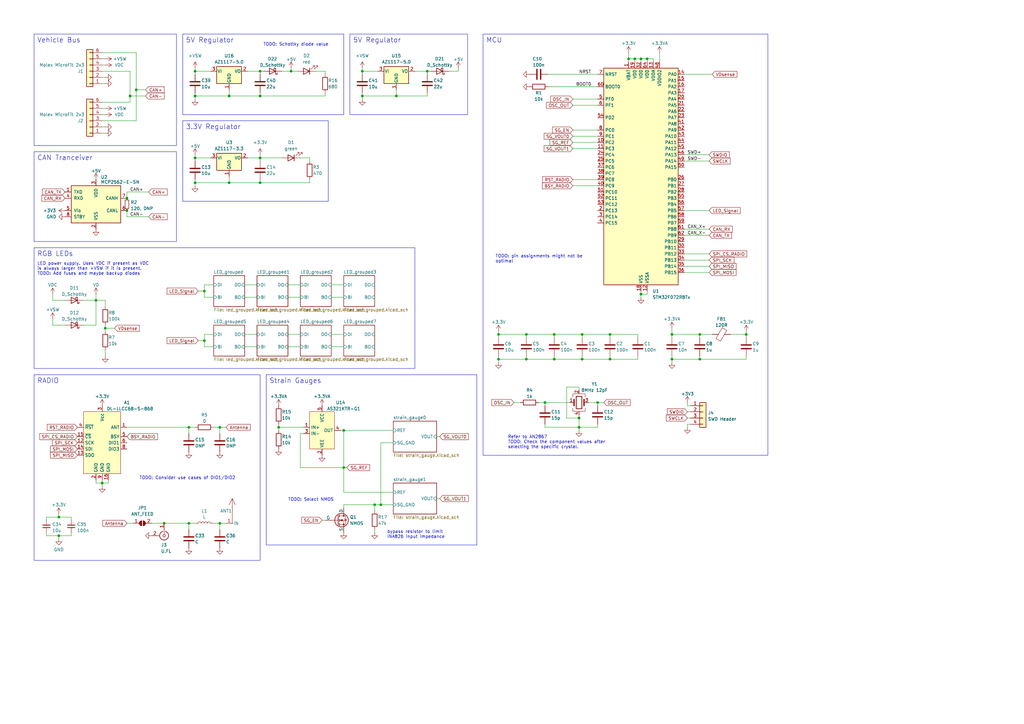
<source format=kicad_sch>
(kicad_sch (version 20230121) (generator eeschema)
  (paper "A3")
  (junction (at 237.49 175.26))
  (junction (at 287.02 147.32))
  (junction (at 265.43 24.13))
  (junction (at 250.19 137.16))
  (junction (at 52.07 81.28))
  (junction (at 140.97 176.53))
  (junction (at 77.47 175.26))
  (junction (at 140.97 191.77))
  (junction (at 106.68 74.93))
  (junction (at 93.98 74.93))
  (junction (at 90.17 175.26))
  (junction (at 80.01 64.77))
  (junction (at 153.67 207.01))
  (junction (at 275.59 137.16))
  (junction (at 83.82 119.38))
  (junction (at 287.02 137.16))
  (junction (at 119.38 29.21))
  (junction (at 67.31 214.63))
  (junction (at 245.11 165.1))
  (junction (at 238.76 137.16))
  (junction (at 106.68 39.37))
  (junction (at 93.98 39.37))
  (junction (at 260.35 24.13))
  (junction (at 237.49 171.45))
  (junction (at 238.76 147.32))
  (junction (at 175.26 29.21))
  (junction (at 204.47 137.16))
  (junction (at 227.33 137.16))
  (junction (at 215.9 147.32))
  (junction (at 262.89 24.13))
  (junction (at 250.19 147.32))
  (junction (at 24.13 219.71))
  (junction (at 223.52 165.1))
  (junction (at 162.56 39.37))
  (junction (at 83.82 139.7))
  (junction (at 114.3 175.26))
  (junction (at 227.33 147.32))
  (junction (at 306.07 137.16))
  (junction (at 106.68 29.21))
  (junction (at 55.88 36.83))
  (junction (at 53.34 39.37))
  (junction (at 80.01 74.93))
  (junction (at 39.37 123.19))
  (junction (at 24.13 212.09))
  (junction (at 204.47 147.32))
  (junction (at 215.9 137.16))
  (junction (at 90.17 214.63))
  (junction (at 41.91 198.12))
  (junction (at 43.18 134.62))
  (junction (at 77.47 214.63))
  (junction (at 148.59 39.37))
  (junction (at 80.01 39.37))
  (junction (at 52.07 86.36))
  (junction (at 148.59 29.21))
  (junction (at 156.21 207.01))
  (junction (at 106.68 64.77))
  (junction (at 275.59 147.32))
  (junction (at 80.01 29.21))
  (junction (at 257.81 24.13))
  (junction (at 262.89 120.65))
  (wire (pts (xy 290.83 109.22) (xy 280.67 109.22)))
  (wire (pts (xy 46.99 134.62) (xy 43.18 134.62)))
  (wire (pts (xy 93.98 72.39) (xy 93.98 74.93)))
  (wire (pts (xy 215.9 137.16) (xy 215.9 138.43)))
  (wire (pts (xy 275.59 147.32) (xy 287.02 147.32)))
  (wire (pts (xy 227.33 137.16) (xy 238.76 137.16)))
  (wire (pts (xy 140.97 176.53) (xy 161.29 176.53)))
  (wire (pts (xy 265.43 119.38) (xy 265.43 120.65)))
  (wire (pts (xy 262.89 24.13) (xy 265.43 24.13)))
  (wire (pts (xy 261.62 147.32) (xy 261.62 146.05)))
  (wire (pts (xy 132.08 213.36) (xy 133.35 213.36)))
  (wire (pts (xy 41.91 46.99) (xy 43.18 46.99)))
  (wire (pts (xy 275.59 146.05) (xy 275.59 147.32)))
  (wire (pts (xy 287.02 137.16) (xy 292.1 137.16)))
  (wire (pts (xy 179.07 179.07) (xy 180.34 179.07)))
  (wire (pts (xy 39.37 123.19) (xy 39.37 133.35)))
  (wire (pts (xy 290.83 63.5) (xy 280.67 63.5)))
  (wire (pts (xy 237.49 160.02) (xy 237.49 158.75)))
  (wire (pts (xy 234.95 55.88) (xy 245.11 55.88)))
  (wire (pts (xy 52.07 78.74) (xy 60.96 78.74)))
  (wire (pts (xy 133.35 29.21) (xy 133.35 30.48)))
  (wire (pts (xy 80.01 74.93) (xy 80.01 76.2)))
  (wire (pts (xy 227.33 146.05) (xy 227.33 147.32)))
  (wire (pts (xy 245.11 165.1) (xy 247.65 165.1)))
  (wire (pts (xy 101.6 64.77) (xy 106.68 64.77)))
  (wire (pts (xy 280.67 96.52) (xy 290.83 96.52)))
  (wire (pts (xy 55.88 49.53) (xy 55.88 36.83)))
  (wire (pts (xy 234.95 43.18) (xy 245.11 43.18)))
  (wire (pts (xy 153.67 207.01) (xy 153.67 209.55)))
  (wire (pts (xy 227.33 137.16) (xy 227.33 138.43)))
  (wire (pts (xy 260.35 24.13) (xy 260.35 25.4)))
  (wire (pts (xy 114.3 173.99) (xy 114.3 175.26)))
  (wire (pts (xy 140.97 201.93) (xy 161.29 201.93)))
  (wire (pts (xy 80.01 64.77) (xy 86.36 64.77)))
  (wire (pts (xy 100.33 121.92) (xy 105.41 121.92)))
  (wire (pts (xy 260.35 24.13) (xy 262.89 24.13)))
  (wire (pts (xy 123.19 177.8) (xy 123.19 191.77)))
  (wire (pts (xy 162.56 36.83) (xy 162.56 39.37)))
  (wire (pts (xy 100.33 116.84) (xy 105.41 116.84)))
  (wire (pts (xy 223.52 165.1) (xy 233.68 165.1)))
  (wire (pts (xy 224.79 35.56) (xy 245.11 35.56)))
  (wire (pts (xy 90.17 214.63) (xy 90.17 217.17)))
  (wire (pts (xy 24.13 212.09) (xy 24.13 210.82)))
  (wire (pts (xy 270.51 21.59) (xy 270.51 25.4)))
  (wire (pts (xy 184.15 29.21) (xy 187.96 29.21)))
  (wire (pts (xy 287.02 137.16) (xy 287.02 138.43)))
  (wire (pts (xy 129.54 29.21) (xy 133.35 29.21)))
  (wire (pts (xy 175.26 39.37) (xy 175.26 38.1)))
  (wire (pts (xy 290.83 106.68) (xy 280.67 106.68)))
  (wire (pts (xy 93.98 36.83) (xy 93.98 39.37)))
  (wire (pts (xy 29.21 212.09) (xy 24.13 212.09)))
  (wire (pts (xy 290.83 104.14) (xy 280.67 104.14)))
  (wire (pts (xy 24.13 219.71) (xy 19.05 219.71)))
  (wire (pts (xy 238.76 147.32) (xy 250.19 147.32)))
  (wire (pts (xy 139.7 176.53) (xy 140.97 176.53)))
  (wire (pts (xy 106.68 39.37) (xy 106.68 38.1)))
  (wire (pts (xy 106.68 29.21) (xy 107.95 29.21)))
  (wire (pts (xy 250.19 137.16) (xy 250.19 138.43)))
  (wire (pts (xy 80.01 30.48) (xy 80.01 29.21)))
  (wire (pts (xy 262.89 119.38) (xy 262.89 120.65)))
  (wire (pts (xy 153.67 207.01) (xy 156.21 207.01)))
  (wire (pts (xy 275.59 134.62) (xy 275.59 137.16)))
  (wire (pts (xy 114.3 175.26) (xy 124.46 175.26)))
  (wire (pts (xy 80.01 73.66) (xy 80.01 74.93)))
  (wire (pts (xy 87.63 137.16) (xy 83.82 137.16)))
  (wire (pts (xy 148.59 29.21) (xy 154.94 29.21)))
  (wire (pts (xy 52.07 78.74) (xy 52.07 81.28)))
  (wire (pts (xy 21.59 133.35) (xy 21.59 130.81)))
  (wire (pts (xy 81.28 119.38) (xy 83.82 119.38)))
  (wire (pts (xy 87.63 175.26) (xy 90.17 175.26)))
  (wire (pts (xy 220.98 165.1) (xy 223.52 165.1)))
  (wire (pts (xy 118.11 142.24) (xy 123.19 142.24)))
  (wire (pts (xy 234.95 58.42) (xy 245.11 58.42)))
  (wire (pts (xy 280.67 93.98) (xy 290.83 93.98)))
  (wire (pts (xy 118.11 121.92) (xy 123.19 121.92)))
  (wire (pts (xy 237.49 175.26) (xy 245.11 175.26)))
  (wire (pts (xy 261.62 138.43) (xy 261.62 137.16)))
  (wire (pts (xy 250.19 137.16) (xy 261.62 137.16)))
  (wire (pts (xy 175.26 29.21) (xy 175.26 30.48)))
  (wire (pts (xy 93.98 39.37) (xy 106.68 39.37)))
  (wire (pts (xy 77.47 175.26) (xy 80.01 175.26)))
  (wire (pts (xy 245.11 175.26) (xy 245.11 173.99)))
  (wire (pts (xy 80.01 39.37) (xy 93.98 39.37)))
  (wire (pts (xy 101.6 29.21) (xy 106.68 29.21)))
  (wire (pts (xy 204.47 138.43) (xy 204.47 137.16)))
  (wire (pts (xy 80.01 29.21) (xy 86.36 29.21)))
  (wire (pts (xy 204.47 147.32) (xy 204.47 148.59)))
  (wire (pts (xy 24.13 212.09) (xy 19.05 212.09)))
  (wire (pts (xy 77.47 175.26) (xy 77.47 177.8)))
  (wire (pts (xy 306.07 135.89) (xy 306.07 137.16)))
  (wire (pts (xy 41.91 54.61) (xy 43.18 54.61)))
  (wire (pts (xy 34.29 123.19) (xy 39.37 123.19)))
  (wire (pts (xy 265.43 24.13) (xy 265.43 25.4)))
  (wire (pts (xy 118.11 116.84) (xy 123.19 116.84)))
  (wire (pts (xy 123.19 191.77) (xy 140.97 191.77)))
  (wire (pts (xy 43.18 143.51) (xy 43.18 146.05)))
  (wire (pts (xy 187.96 27.94) (xy 187.96 29.21)))
  (wire (pts (xy 140.97 191.77) (xy 140.97 201.93)))
  (wire (pts (xy 237.49 171.45) (xy 237.49 175.26)))
  (wire (pts (xy 127 64.77) (xy 127 66.04)))
  (wire (pts (xy 245.11 165.1) (xy 245.11 166.37)))
  (wire (pts (xy 281.94 168.91) (xy 283.21 168.91)))
  (wire (pts (xy 148.59 39.37) (xy 148.59 40.64)))
  (wire (pts (xy 29.21 218.44) (xy 29.21 219.71)))
  (wire (pts (xy 52.07 214.63) (xy 54.61 214.63)))
  (wire (pts (xy 162.56 39.37) (xy 175.26 39.37)))
  (wire (pts (xy 39.37 198.12) (xy 41.91 198.12)))
  (wire (pts (xy 106.68 64.77) (xy 106.68 66.04)))
  (wire (pts (xy 118.11 137.16) (xy 123.19 137.16)))
  (wire (pts (xy 175.26 29.21) (xy 176.53 29.21)))
  (wire (pts (xy 234.95 73.66) (xy 245.11 73.66)))
  (wire (pts (xy 275.59 137.16) (xy 287.02 137.16)))
  (wire (pts (xy 275.59 137.16) (xy 275.59 138.43)))
  (wire (pts (xy 106.68 74.93) (xy 106.68 73.66)))
  (wire (pts (xy 281.94 173.99) (xy 283.21 173.99)))
  (wire (pts (xy 83.82 121.92) (xy 87.63 121.92)))
  (wire (pts (xy 237.49 175.26) (xy 223.52 175.26)))
  (wire (pts (xy 148.59 38.1) (xy 148.59 39.37)))
  (wire (pts (xy 41.91 52.07) (xy 43.18 52.07)))
  (wire (pts (xy 281.94 171.45) (xy 283.21 171.45)))
  (wire (pts (xy 83.82 142.24) (xy 87.63 142.24)))
  (wire (pts (xy 135.89 137.16) (xy 140.97 137.16)))
  (wire (pts (xy 135.89 142.24) (xy 140.97 142.24)))
  (wire (pts (xy 210.82 165.1) (xy 213.36 165.1)))
  (wire (pts (xy 287.02 147.32) (xy 287.02 146.05)))
  (wire (pts (xy 265.43 24.13) (xy 267.97 24.13)))
  (wire (pts (xy 41.91 26.67) (xy 43.18 26.67)))
  (wire (pts (xy 100.33 137.16) (xy 105.41 137.16)))
  (wire (pts (xy 257.81 24.13) (xy 260.35 24.13)))
  (wire (pts (xy 227.33 147.32) (xy 238.76 147.32)))
  (wire (pts (xy 238.76 146.05) (xy 238.76 147.32)))
  (wire (pts (xy 140.97 191.77) (xy 142.24 191.77)))
  (wire (pts (xy 43.18 134.62) (xy 43.18 135.89)))
  (wire (pts (xy 21.59 133.35) (xy 26.67 133.35)))
  (wire (pts (xy 204.47 137.16) (xy 215.9 137.16)))
  (wire (pts (xy 135.89 116.84) (xy 140.97 116.84)))
  (wire (pts (xy 148.59 27.94) (xy 148.59 29.21)))
  (wire (pts (xy 44.45 198.12) (xy 44.45 196.85)))
  (wire (pts (xy 237.49 158.75) (xy 232.41 158.75)))
  (wire (pts (xy 29.21 213.36) (xy 29.21 212.09)))
  (wire (pts (xy 237.49 175.26) (xy 237.49 176.53)))
  (wire (pts (xy 80.01 74.93) (xy 93.98 74.93)))
  (wire (pts (xy 53.34 39.37) (xy 59.69 39.37)))
  (wire (pts (xy 204.47 135.89) (xy 204.47 137.16)))
  (wire (pts (xy 170.18 29.21) (xy 175.26 29.21)))
  (wire (pts (xy 106.68 39.37) (xy 133.35 39.37)))
  (wire (pts (xy 21.59 123.19) (xy 26.67 123.19)))
  (wire (pts (xy 80.01 63.5) (xy 80.01 64.77)))
  (wire (pts (xy 234.95 40.64) (xy 245.11 40.64)))
  (wire (pts (xy 161.29 181.61) (xy 156.21 181.61)))
  (wire (pts (xy 52.07 88.9) (xy 60.96 88.9)))
  (wire (pts (xy 41.91 44.45) (xy 43.18 44.45)))
  (wire (pts (xy 215.9 146.05) (xy 215.9 147.32)))
  (wire (pts (xy 41.91 31.75) (xy 43.18 31.75)))
  (wire (pts (xy 238.76 137.16) (xy 238.76 138.43)))
  (wire (pts (xy 80.01 66.04) (xy 80.01 64.77)))
  (wire (pts (xy 119.38 29.21) (xy 121.92 29.21)))
  (wire (pts (xy 41.91 49.53) (xy 55.88 49.53)))
  (wire (pts (xy 267.97 24.13) (xy 267.97 25.4)))
  (wire (pts (xy 224.79 30.48) (xy 245.11 30.48)))
  (wire (pts (xy 204.47 147.32) (xy 215.9 147.32)))
  (wire (pts (xy 41.91 198.12) (xy 44.45 198.12)))
  (wire (pts (xy 62.23 214.63) (xy 67.31 214.63)))
  (wire (pts (xy 24.13 219.71) (xy 24.13 220.98)))
  (wire (pts (xy 90.17 175.26) (xy 90.17 177.8)))
  (wire (pts (xy 77.47 214.63) (xy 80.01 214.63)))
  (wire (pts (xy 262.89 24.13) (xy 262.89 25.4)))
  (wire (pts (xy 232.41 171.45) (xy 237.49 171.45)))
  (wire (pts (xy 140.97 207.01) (xy 153.67 207.01)))
  (wire (pts (xy 148.59 30.48) (xy 148.59 29.21)))
  (wire (pts (xy 290.83 111.76) (xy 280.67 111.76)))
  (wire (pts (xy 80.01 39.37) (xy 80.01 40.64)))
  (wire (pts (xy 19.05 219.71) (xy 19.05 218.44)))
  (wire (pts (xy 87.63 214.63) (xy 90.17 214.63)))
  (wire (pts (xy 127 74.93) (xy 127 73.66)))
  (wire (pts (xy 80.01 27.94) (xy 80.01 29.21)))
  (wire (pts (xy 83.82 116.84) (xy 83.82 119.38)))
  (wire (pts (xy 106.68 29.21) (xy 106.68 30.48)))
  (wire (pts (xy 234.95 76.2) (xy 245.11 76.2)))
  (wire (pts (xy 119.38 27.94) (xy 119.38 29.21)))
  (wire (pts (xy 41.91 34.29) (xy 43.18 34.29)))
  (wire (pts (xy 53.34 29.21) (xy 53.34 39.37)))
  (wire (pts (xy 100.33 142.24) (xy 105.41 142.24)))
  (wire (pts (xy 275.59 147.32) (xy 275.59 148.59)))
  (wire (pts (xy 262.89 120.65) (xy 265.43 120.65)))
  (wire (pts (xy 215.9 137.16) (xy 227.33 137.16)))
  (wire (pts (xy 280.67 86.36) (xy 290.83 86.36)))
  (wire (pts (xy 53.34 39.37) (xy 53.34 41.91)))
  (wire (pts (xy 237.49 171.45) (xy 237.49 170.18)))
  (wire (pts (xy 90.17 214.63) (xy 92.71 214.63)))
  (wire (pts (xy 156.21 181.61) (xy 156.21 207.01)))
  (wire (pts (xy 55.88 36.83) (xy 59.69 36.83)))
  (wire (pts (xy 93.98 74.93) (xy 106.68 74.93)))
  (wire (pts (xy 41.91 24.13) (xy 43.18 24.13)))
  (wire (pts (xy 39.37 123.19) (xy 43.18 123.19)))
  (wire (pts (xy 257.81 25.4) (xy 257.81 24.13)))
  (wire (pts (xy 80.01 38.1) (xy 80.01 39.37)))
  (wire (pts (xy 41.91 198.12) (xy 41.91 199.39)))
  (wire (pts (xy 234.95 53.34) (xy 245.11 53.34)))
  (wire (pts (xy 19.05 212.09) (xy 19.05 213.36)))
  (wire (pts (xy 21.59 120.65) (xy 21.59 123.19)))
  (wire (pts (xy 135.89 121.92) (xy 140.97 121.92)))
  (wire (pts (xy 106.68 74.93) (xy 127 74.93)))
  (wire (pts (xy 77.47 214.63) (xy 77.47 217.17)))
  (wire (pts (xy 250.19 146.05) (xy 250.19 147.32)))
  (wire (pts (xy 250.19 147.32) (xy 261.62 147.32)))
  (wire (pts (xy 39.37 123.19) (xy 39.37 120.65)))
  (wire (pts (xy 41.91 21.59) (xy 55.88 21.59)))
  (wire (pts (xy 114.3 175.26) (xy 114.3 176.53)))
  (wire (pts (xy 281.94 166.37) (xy 283.21 166.37)))
  (wire (pts (xy 41.91 196.85) (xy 41.91 198.12)))
  (wire (pts (xy 232.41 158.75) (xy 232.41 171.45)))
  (wire (pts (xy 87.63 116.84) (xy 83.82 116.84)))
  (wire (pts (xy 140.97 176.53) (xy 140.97 191.77)))
  (wire (pts (xy 148.59 39.37) (xy 162.56 39.37)))
  (wire (pts (xy 280.67 30.48) (xy 292.1 30.48)))
  (wire (pts (xy 67.31 214.63) (xy 77.47 214.63)))
  (wire (pts (xy 140.97 207.01) (xy 140.97 208.28)))
  (wire (pts (xy 39.37 196.85) (xy 39.37 198.12)))
  (wire (pts (xy 133.35 39.37) (xy 133.35 38.1)))
  (wire (pts (xy 179.07 204.47) (xy 180.34 204.47)))
  (wire (pts (xy 306.07 147.32) (xy 306.07 146.05)))
  (wire (pts (xy 281.94 175.26) (xy 281.94 173.99)))
  (wire (pts (xy 234.95 60.96) (xy 245.11 60.96)))
  (wire (pts (xy 153.67 217.17) (xy 153.67 218.44)))
  (wire (pts (xy 257.81 21.59) (xy 257.81 24.13)))
  (wire (pts (xy 281.94 166.37) (xy 281.94 165.1)))
  (wire (pts (xy 262.89 120.65) (xy 262.89 121.92)))
  (wire (pts (xy 156.21 207.01) (xy 161.29 207.01)))
  (wire (pts (xy 299.72 137.16) (xy 306.07 137.16)))
  (wire (pts (xy 52.07 86.36) (xy 52.07 88.9)))
  (wire (pts (xy 223.52 165.1) (xy 223.52 166.37)))
  (wire (pts (xy 43.18 133.35) (xy 43.18 134.62)))
  (wire (pts (xy 215.9 147.32) (xy 227.33 147.32)))
  (wire (pts (xy 106.68 64.77) (xy 115.57 64.77)))
  (wire (pts (xy 223.52 175.26) (xy 223.52 173.99)))
  (wire (pts (xy 41.91 29.21) (xy 53.34 29.21)))
  (wire (pts (xy 115.57 29.21) (xy 119.38 29.21)))
  (wire (pts (xy 83.82 137.16) (xy 83.82 139.7)))
  (wire (pts (xy 55.88 36.83) (xy 55.88 21.59)))
  (wire (pts (xy 81.28 139.7) (xy 83.82 139.7)))
  (wire (pts (xy 39.37 133.35) (xy 34.29 133.35)))
  (wire (pts (xy 83.82 139.7) (xy 83.82 142.24)))
  (wire (pts (xy 280.67 66.04) (xy 290.83 66.04)))
  (wire (pts (xy 241.3 165.1) (xy 245.11 165.1)))
  (wire (pts (xy 238.76 137.16) (xy 250.19 137.16)))
  (wire (pts (xy 41.91 41.91) (xy 53.34 41.91)))
  (wire (pts (xy 83.82 119.38) (xy 83.82 121.92)))
  (wire (pts (xy 306.07 137.16) (xy 306.07 138.43)))
  (wire (pts (xy 29.21 219.71) (xy 24.13 219.71)))
  (wire (pts (xy 43.18 123.19) (xy 43.18 125.73)))
  (wire (pts (xy 204.47 146.05) (xy 204.47 147.32)))
  (wire (pts (xy 123.19 64.77) (xy 127 64.77)))
  (wire (pts (xy 106.68 63.5) (xy 106.68 64.77)))
  (wire (pts (xy 52.07 175.26) (xy 77.47 175.26)))
  (wire (pts (xy 90.17 175.26) (xy 92.71 175.26)))
  (wire (pts (xy 287.02 147.32) (xy 306.07 147.32)))
  (wire (pts (xy 124.46 177.8) (xy 123.19 177.8)))
  (rectangle (start 74.93 49.53) (end 134.62 82.55))
  (rectangle (start 13.97 101.6) (end 170.18 151.13))
  (rectangle (start 74.93 13.97) (end 140.97 46.99))
  (rectangle (start 13.97 13.97) (end 72.39 59.69))
  (rectangle (start 13.97 153.67) (end 106.68 229.87))
  (rectangle (start 143.51 13.97) (end 191.77 46.99))
  (rectangle (start 198.12 13.97) (end 314.96 186.69))
  (rectangle (start 13.97 62.23) (end 72.39 99.06))
  (rectangle (start 109.22 153.67) (end 195.58 223.52))
  (text "TODO: Consider use cases of DIO1/DIO2" (at 57.15 196.85 0) (effects (font (size 1.27 1.27)) (justify left bottom)))
  (text "LED power supply. Uses VDC if present as VDC\nis always larger than +VSW if it is present.\nTODO: Add fuses and maybe backup diodes" (at 15.24 113.03 0) (effects (font (size 1.27 1.27)) (justify left bottom)))
  (text "TODO: pin assignments might not be\noptimal" (at 203.2 107.95 0) (effects (font (size 1.27 1.27)) (justify left bottom)))
  (text "TODO: Select NMOS" (at 118.11 205.74 0) (effects (font (size 1.27 1.27)) (justify left bottom)))
  (text "Vehicle Bus" (at 15.24 17.78 0) (effects (font (size 2 2)) (justify left bottom)))
  (text "5V Regulator" (at 144.78 17.78 0) (effects (font (size 2 2)) (justify left bottom)))
  (text "CAN Tranceiver" (at 15.24 66.04 0) (effects (font (size 2 2)) (justify left bottom)))
  (text "Refer to AN2867\nTODO: Check the component values after\nselecting the specific crystal." (at 208.28 184.15 0) (effects (font (size 1.27 1.27)) (justify left bottom)))
  (text "5V Regulator" (at 76.2 17.78 0) (effects (font (size 2 2)) (justify left bottom)))
  (text "bypass resistor to limit\nINA826 input impedance" (at 158.75 220.98 0) (effects (font (size 1.27 1.27)) (justify left bottom)))
  (text "3.3V Regulator" (at 76.2 53.34 0) (effects (font (size 2 2)) (justify left bottom)))
  (text "TODO: Schottky diode value" (at 107.95 19.05 0) (effects (font (size 1.27 1.27)) (justify left bottom)))
  (text "RGB LEDs" (at 15.24 105.41 0) (effects (font (size 2 2)) (justify left bottom)))
  (text "RADIO" (at 15.24 157.48 0) (effects (font (size 2 2)) (justify left bottom)))
  (text "Strain Gauges" (at 110.49 157.48 0) (effects (font (size 2 2)) (justify left bottom)))
  (text "MCU" (at 199.39 17.78 0) (effects (font (size 2 2)) (justify left bottom)))
  (label "SWD-" (at 281.94 66.04 0))
  (label "BOOT0" (at 236.22 35.56 0))
  (label "CAN_X-" (at 281.94 96.52 0))
  (label "NRST" (at 237.49 30.48 0))
  (label "CAN_X+" (at 281.94 93.98 0))
  (label "CAN+" (at 53.34 78.74 0))
  (label "SWD+" (at 281.94 63.5 0))
  (label "CAN-" (at 53.34 88.9 0))
  (global_label "SWCLK" (shape input) (at 281.94 171.45 180) (property "Intersheetrefs" "${INTERSHEET_REFS}" (effects hide)))
  (global_label "CAN+" (shape input) (at 59.69 36.83 0) (property "Intersheetrefs" "${INTERSHEET_REFS}" (effects hide)))
  (global_label "RST_RADIO" (shape input) (at 234.95 73.66 180) (property "Intersheetrefs" "${INTERSHEET_REFS}" (effects hide)))
  (global_label "SG_EN" (shape input) (at 132.08 213.36 180) (property "Intersheetrefs" "${INTERSHEET_REFS}" (effects hide)))
  (global_label "Antenna" (shape input) (at 52.07 214.63 180) (property "Intersheetrefs" "${INTERSHEET_REFS}" (effects hide)))
  (global_label "LED_Signal" (shape input) (at 81.28 119.38 180) (property "Intersheetrefs" "${INTERSHEET_REFS}" (effects hide)))
  (global_label "CAN_TX" (shape input) (at 26.67 78.74 180) (property "Intersheetrefs" "${INTERSHEET_REFS}" (effects hide)))
  (global_label "LED_Signal" (shape input) (at 290.83 86.36 0) (property "Intersheetrefs" "${INTERSHEET_REFS}" (effects hide)))
  (global_label "CAN-" (shape input) (at 59.69 39.37 0) (property "Intersheetrefs" "${INTERSHEET_REFS}" (effects hide)))
  (global_label "BSY_RADIO" (shape input) (at 234.95 76.2 180) (property "Intersheetrefs" "${INTERSHEET_REFS}" (effects hide)))
  (global_label "SPI_MOSI" (shape input) (at 290.83 111.76 0) (property "Intersheetrefs" "${INTERSHEET_REFS}" (effects hide)))
  (global_label "SPI_SCK" (shape input) (at 31.75 181.61 180) (property "Intersheetrefs" "${INTERSHEET_REFS}" (effects hide)))
  (global_label "CAN-" (shape input) (at 60.96 88.9 0) (property "Intersheetrefs" "${INTERSHEET_REFS}" (effects hide)))
  (global_label "SG_REF" (shape input) (at 142.24 191.77 0) (property "Intersheetrefs" "${INTERSHEET_REFS}" (effects hide)))
  (global_label "SWCLK" (shape input) (at 290.83 66.04 0) (property "Intersheetrefs" "${INTERSHEET_REFS}" (effects hide)))
  (global_label "VDsense" (shape input) (at 292.1 30.48 0) (property "Intersheetrefs" "${INTERSHEET_REFS}" (effects hide)))
  (global_label "RST_RADIO" (shape input) (at 31.75 175.26 180) (property "Intersheetrefs" "${INTERSHEET_REFS}" (effects hide)))
  (global_label "SG_EN" (shape input) (at 234.95 53.34 180) (property "Intersheetrefs" "${INTERSHEET_REFS}" (effects hide)))
  (global_label "BSY_RADIO" (shape input) (at 52.07 179.07 0) (property "Intersheetrefs" "${INTERSHEET_REFS}" (effects hide)))
  (global_label "SPI_MOSI" (shape input) (at 31.75 184.15 180) (property "Intersheetrefs" "${INTERSHEET_REFS}" (effects hide)))
  (global_label "SG_VOUT1" (shape input) (at 180.34 204.47 0) (property "Intersheetrefs" "${INTERSHEET_REFS}" (effects hide)))
  (global_label "SG_VOUT1" (shape input) (at 234.95 60.96 180) (property "Intersheetrefs" "${INTERSHEET_REFS}" (effects hide)))
  (global_label "SPI_MISO" (shape input) (at 31.75 186.69 180) (property "Intersheetrefs" "${INTERSHEET_REFS}" (effects hide)))
  (global_label "SG_REF" (shape input) (at 234.95 58.42 180) (property "Intersheetrefs" "${INTERSHEET_REFS}" (effects hide)))
  (global_label "OSC_IN" (shape input) (at 210.82 165.1 180) (property "Intersheetrefs" "${INTERSHEET_REFS}" (effects hide)))
  (global_label "OSC_IN" (shape input) (at 234.95 40.64 180) (property "Intersheetrefs" "${INTERSHEET_REFS}" (effects hide)))
  (global_label "OSC_OUT" (shape input) (at 247.65 165.1 0) (property "Intersheetrefs" "${INTERSHEET_REFS}" (effects hide)))
  (global_label "SPI_CS_RADIO" (shape input) (at 31.75 179.07 180) (property "Intersheetrefs" "${INTERSHEET_REFS}" (effects hide)))
  (global_label "VDsense" (shape input) (at 46.99 134.62 0) (property "Intersheetrefs" "${INTERSHEET_REFS}" (effects hide)))
  (global_label "SG_VOUT0" (shape input) (at 180.34 179.07 0) (property "Intersheetrefs" "${INTERSHEET_REFS}" (effects hide)))
  (global_label "SWDIO" (shape input) (at 290.83 63.5 0) (property "Intersheetrefs" "${INTERSHEET_REFS}" (effects hide)))
  (global_label "OSC_OUT" (shape input) (at 234.95 43.18 180) (property "Intersheetrefs" "${INTERSHEET_REFS}" (effects hide)))
  (global_label "CAN_RX" (shape input) (at 26.67 81.28 180) (property "Intersheetrefs" "${INTERSHEET_REFS}" (effects hide)))
  (global_label "CAN_RX" (shape input) (at 290.83 93.98 0) (property "Intersheetrefs" "${INTERSHEET_REFS}" (effects hide)))
  (global_label "CAN_TX" (shape input) (at 290.83 96.52 0) (property "Intersheetrefs" "${INTERSHEET_REFS}" (effects hide)))
  (global_label "SPI_SCK" (shape input) (at 290.83 106.68 0) (property "Intersheetrefs" "${INTERSHEET_REFS}" (effects hide)))
  (global_label "LED_Signal" (shape input) (at 81.28 139.7 180) (property "Intersheetrefs" "${INTERSHEET_REFS}" (effects hide)))
  (global_label "Antenna" (shape input) (at 92.71 175.26 0) (property "Intersheetrefs" "${INTERSHEET_REFS}" (effects hide)))
  (global_label "SG_VOUT0" (shape input) (at 234.95 55.88 180) (property "Intersheetrefs" "${INTERSHEET_REFS}" (effects hide)))
  (global_label "CAN+" (shape input) (at 60.96 78.74 0) (property "Intersheetrefs" "${INTERSHEET_REFS}" (effects hide)))
  (global_label "SPI_CS_RADIO" (shape input) (at 290.83 104.14 0) (property "Intersheetrefs" "${INTERSHEET_REFS}" (effects hide)))
  (global_label "SWDIO" (shape input) (at 281.94 168.91 180) (property "Intersheetrefs" "${INTERSHEET_REFS}" (effects hide)))
  (global_label "SPI_MISO" (shape input) (at 290.83 109.22 0) (property "Intersheetrefs" "${INTERSHEET_REFS}" (effects hide)))
  (symbol (lib_id "Connector_Generic:Conn_01x06") (at 36.83 29.21 180) (unit 1)
    (property "Reference" "J1" (at 33.02 29.21 0))
    (property "Value" "Molex MicroFit 2x3" (at 25.4 26.67 0))
  )
  (symbol (lib_id "power:+3.3V") (at 41.91 166.37 0) (unit 1)
    (property "Reference" "#PWR060" (effects hide))
    (property "Value" "+3.3V" (at 41.91 162.56 0))
  )
  (symbol (lib_id "power:+5V") (at 119.38 27.94 0) (unit 1)
    (property "Reference" "#PWR079" (effects hide))
    (property "Value" "+5V" (at 119.38 24.3642 0))
  )
  (symbol (lib_id "power:VDC") (at 43.18 46.99 270) (unit 1)
    (property "Reference" "#PWR06" (effects hide))
    (property "Value" "VDC" (at 46.99 46.99 90) (effects (justify left)))
  )
  (symbol (lib_id "Device:C") (at 77.47 220.98 0) (unit 1)
    (property "Reference" "C33" (at 80.01 219.71 0) (effects (justify left)))
    (property "Value" "C" (at 80.01 222.25 0) (effects (justify left)))
  )
  (symbol (lib_id "Regulator_Linear:AZ1117-5.0") (at 93.98 29.21 0) (unit 1)
    (property "Reference" "U16" (at 93.98 22.86 0))
    (property "Value" "AZ1117-5.0" (at 93.98 25.4 0))
    (property "Datasheet" "https://www.diodes.com/assets/Datasheets/AZ1117.pdf" (effects hide))
  )
  (symbol (lib_id "power:GND") (at 77.47 185.42 0) (unit 1)
    (property "Reference" "#PWR029" (effects hide))
    (property "Value" "GND" (effects hide))
  )
  (symbol (lib_id "Device:D_Schottky") (at 30.48 123.19 180) (unit 1)
    (property "Reference" "D11" (at 30.48 118.11 0))
    (property "Value" "D_Schottky" (at 30.48 120.65 0))
  )
  (symbol (lib_id "power:+VSW") (at 80.01 27.94 0) (unit 1)
    (property "Reference" "#PWR077" (effects hide))
    (property "Value" "+VSW" (at 80.01 22.86 0))
  )
  (symbol (lib_id "Device:FerriteBead") (at 295.91 137.16 90) (unit 1)
    (property "Reference" "FB1" (at 295.91 130.81 90))
    (property "Value" "120R" (at 295.91 133.35 90))
  )
  (symbol (lib_id "power:+3.3V") (at 24.13 210.82 0) (unit 1)
    (property "Reference" "#PWR062" (effects hide))
    (property "Value" "+3.3V" (at 24.13 207.01 0))
  )
  (symbol (lib_id "power:GND") (at 43.18 54.61 90) (unit 1)
    (property "Reference" "#PWR08" (effects hide))
    (property "Value" "GND" (effects hide))
  )
  (symbol (lib_id "Device:C") (at 90.17 181.61 0) (unit 1)
    (property "Reference" "C16" (at 92.71 180.34 0) (effects (justify left)))
    (property "Value" "DNP" (at 92.71 182.88 0) (effects (justify left)))
  )
  (symbol (lib_id "power:GND") (at 41.91 199.39 0) (unit 1)
    (property "Reference" "#PWR046" (effects hide))
    (property "Value" "GND" (effects hide))
  )
  (symbol (lib_id "power:+5V") (at 80.01 63.5 0) (unit 1)
    (property "Reference" "#PWR025" (effects hide))
    (property "Value" "+5V" (at 80.01 59.9242 0))
  )
  (symbol (lib_id "Device:C") (at 80.01 34.29 0) (unit 1)
    (property "Reference" "C39" (at 82.55 33.02 0) (effects (justify left)))
    (property "Value" "10u" (at 82.55 35.56 0) (effects (justify left)))
  )
  (symbol (lib_id "power:+5V") (at 39.37 73.66 0) (unit 1)
    (property "Reference" "#PWR022" (effects hide))
    (property "Value" "+5V" (at 39.37 70.0842 0))
  )
  (symbol (lib_id "Device:C") (at 106.68 69.85 0) (unit 1)
    (property "Reference" "C14" (at 109.22 68.58 0) (effects (justify left)))
    (property "Value" "22u" (at 109.22 71.12 0) (effects (justify left)))
  )
  (symbol (lib_id "Connector_Generic:Conn_01x04") (at 288.29 168.91 0) (unit 1)
    (property "Reference" "J4" (at 290.322 169.3453 0) (effects (justify left)))
    (property "Value" "SWD Header" (at 290.322 171.8822 0) (effects (justify left)))
    (property "Footprint" "Connector_PinHeader_2.54mm:PinHeader_1x04_P2.54mm_Vertical" (effects hide))
  )
  (symbol (lib_id "Device:D_Schottky") (at 111.76 29.21 180) (unit 1)
    (property "Reference" "D22" (at 111.76 24.13 0))
    (property "Value" "D_Schottky" (at 111.76 26.67 0))
  )
  (symbol (lib_id "power:GND") (at 217.17 30.48 270) (unit 1)
    (property "Reference" "#PWR015" (effects hide))
    (property "Value" "GND" (effects hide))
  )
  (symbol (lib_id "Device:C") (at 175.26 34.29 0) (unit 1)
    (property "Reference" "C42" (at 177.8 33.02 0) (effects (justify left)))
    (property "Value" "22u" (at 177.8 35.56 0) (effects (justify left)))
  )
  (symbol (lib_id "power:GND") (at 204.47 148.59 0) (unit 1)
    (property "Reference" "#PWR011" (effects hide))
    (property "Value" "GND" (effects hide))
  )
  (symbol (lib_id "Device:R") (at 114.3 180.34 0) (unit 1)
    (property "Reference" "R14" (at 115.57 179.07 0) (effects (justify left)))
    (property "Value" "10k" (at 115.57 181.61 0) (effects (justify left)))
  )
  (symbol (lib_id "power:+3V3") (at 26.67 86.36 90) (unit 1)
    (property "Reference" "#PWR020" (effects hide))
    (property "Value" "+3V3" (at 20.32 86.36 90))
  )
  (symbol (lib_id "Device:C") (at 106.68 34.29 0) (unit 1)
    (property "Reference" "C40" (at 109.22 33.02 0) (effects (justify left)))
    (property "Value" "22u" (at 109.22 35.56 0) (effects (justify left)))
  )
  (symbol (lib_id "Interface_CAN_LIN:MCP2562-E-SN") (at 39.37 83.82 0) (unit 1)
    (property "Reference" "U2" (at 41.3259 72.62 0) (effects (justify left)))
    (property "Value" "MCP2562-E-SN" (at 41.3259 74.668 0) (effects (justify left)))
    (property "Footprint" "Package_SO:SOIC-8_3.9x4.9mm_P1.27mm" (effects hide))
    (property "Datasheet" "http://ww1.microchip.com/downloads/en/DeviceDoc/25167A.pdf" (effects hide))
    (property "Manufacturer" "Microchip Technology" (effects hide))
    (property "DigiKey#" "MCP2562-H/SN" (effects hide))
    (property "Part#" "MCP2562-H/SN" (effects hide))
  )
  (symbol (lib_id "power:GND") (at 43.18 146.05 0) (unit 1)
    (property "Reference" "#PWR059" (effects hide))
    (property "Value" "GND" (effects hide))
  )
  (symbol (lib_id "power:+3.3VA") (at 132.08 166.37 0) (unit 1)
    (property "Reference" "#PWR072" (effects hide))
    (property "Value" "+3.3VA" (at 132.08 162.56 0))
  )
  (symbol (lib_id "Device:C") (at 77.47 181.61 0) (unit 1)
    (property "Reference" "C15" (at 80.01 180.34 0) (effects (justify left)))
    (property "Value" "DNP" (at 80.01 182.88 0) (effects (justify left)))
  )
  (symbol (lib_id "Device:C") (at 215.9 142.24 0) (unit 1)
    (property "Reference" "C5" (at 218.44 140.97 0) (effects (justify left)))
    (property "Value" "100n" (at 218.44 143.51 0) (effects (justify left)))
  )
  (symbol (lib_id "power:GND") (at 80.01 40.64 0) (unit 1)
    (property "Reference" "#PWR078" (effects hide))
    (property "Value" "GND" (effects hide))
  )
  (symbol (lib_id "Device:R") (at 43.18 129.54 0) (unit 1)
    (property "Reference" "R8" (at 44.45 128.27 0) (effects (justify left)))
    (property "Value" "100k" (at 44.45 130.81 0) (effects (justify left)))
  )
  (symbol (lib_id "Device:Crystal_GND24") (at 237.49 165.1 0) (unit 1)
    (property "Reference" "Y1" (at 243.84 157.48 0))
    (property "Value" "8MHz 12pF" (at 243.84 160.02 0))
  )
  (symbol (lib_id "power:GND") (at 43.18 31.75 90) (unit 1)
    (property "Reference" "#PWR03" (effects hide))
    (property "Value" "GND" (effects hide))
  )
  (symbol (lib_id "Device:C") (at 245.11 170.18 0) (unit 1)
    (property "Reference" "C12" (at 247.65 168.91 0) (effects (justify left)))
    (property "Value" "15p" (at 247.65 171.45 0) (effects (justify left)))
  )
  (symbol (lib_id "Device:R") (at 153.67 213.36 0) (unit 1)
    (property "Reference" "R17" (at 154.94 212.09 0) (effects (justify left)))
    (property "Value" "47k" (at 154.94 214.63 0) (effects (justify left)))
  )
  (symbol (lib_id "Device:C") (at 223.52 170.18 0) (unit 1)
    (property "Reference" "C11" (at 226.06 168.91 0) (effects (justify left)))
    (property "Value" "15p" (at 226.06 171.45 0) (effects (justify left)))
  )
  (symbol (lib_id "Device:C") (at 261.62 142.24 0) (unit 1)
    (property "Reference" "C1" (at 264.16 140.97 0) (effects (justify left)))
    (property "Value" "100n" (at 264.16 143.51 0) (effects (justify left)))
  )
  (symbol (lib_id "power:GND") (at 43.18 52.07 90) (unit 1)
    (property "Reference" "#PWR07" (effects hide))
    (property "Value" "GND" (effects hide))
  )
  (symbol (lib_id "power:GND") (at 39.37 93.98 0) (unit 1)
    (property "Reference" "#PWR023" (effects hide))
    (property "Value" "GND" (effects hide))
  )
  (symbol (lib_id "Device:C") (at 238.76 142.24 0) (unit 1)
    (property "Reference" "C3" (at 241.3 140.97 0) (effects (justify left)))
    (property "Value" "100n" (at 241.3 143.51 0) (effects (justify left)))
  )
  (symbol (lib_id "Device:C") (at 227.33 142.24 0) (unit 1)
    (property "Reference" "C4" (at 229.87 140.97 0) (effects (justify left)))
    (property "Value" "100n" (at 229.87 143.51 0) (effects (justify left)))
  )
  (symbol (lib_id "Device:C") (at 204.47 142.24 0) (unit 1)
    (property "Reference" "C6" (at 207.01 140.97 0) (effects (justify left)))
    (property "Value" "10u" (at 207.01 143.51 0) (effects (justify left)))
  )
  (symbol (lib_id "power:GND") (at 62.23 219.71 270) (unit 1)
    (property "Reference" "#PWR065" (effects hide))
    (property "Value" "GND" (effects hide))
  )
  (symbol (lib_id "power:GND") (at 262.89 121.92 0) (unit 1)
    (property "Reference" "#PWR09" (effects hide))
    (property "Value" "GND" (effects hide))
  )
  (symbol (lib_id "Device:D_Schottky") (at 30.48 133.35 180) (unit 1)
    (property "Reference" "D12" (at 30.48 128.27 0))
    (property "Value" "D_Schottky" (at 30.48 130.81 0))
  )
  (symbol (lib_id "power:VDC") (at 21.59 120.65 0) (unit 1)
    (property "Reference" "#PWR044" (effects hide))
    (property "Value" "VDC" (at 21.59 116.84 0))
  )
  (symbol (lib_id "power:+3.3V") (at 306.07 135.89 0) (unit 1)
    (property "Reference" "#PWR014" (effects hide))
    (property "Value" "+3.3V" (at 306.07 132.08 0))
  )
  (symbol (lib_id "Jumper:SolderJumper_2_Open") (at 58.42 214.63 0) (unit 1)
    (property "Reference" "JP1" (at 58.42 208.28 0))
    (property "Value" "ANT_FEED" (at 58.42 210.82 0))
  )
  (symbol (lib_id "power:+3.3V") (at 106.68 63.5 0) (unit 1)
    (property "Reference" "#PWR026" (effects hide))
    (property "Value" "+3.3V" (at 106.68 58.42 0))
  )
  (symbol (lib_id "Device:LED") (at 125.73 29.21 180) (unit 1)
    (property "Reference" "D2" (at 125.73 22.86 0))
    (property "Value" "red" (at 125.73 25.4 0))
  )
  (symbol (lib_id "power:GND") (at 275.59 148.59 0) (unit 1)
    (property "Reference" "#PWR013" (effects hide))
    (property "Value" "GND" (effects hide))
  )
  (symbol (lib_id "Regulator_Linear:AZ1117-5.0") (at 162.56 29.21 0) (unit 1)
    (property "Reference" "U15" (at 162.56 22.86 0))
    (property "Value" "AZ1117-5.0" (at 162.56 25.4 0))
    (property "Datasheet" "https://www.diodes.com/assets/Datasheets/AZ1117.pdf" (effects hide))
  )
  (symbol (lib_id "frodo_fancyfins:meandering_monopole_antenna_868MHz") (at 95.25 214.63 0) (unit 1)
    (property "Reference" "ANT1" (at 92.71 209.55 0))
    (property "Value" "~" (at 95.25 214.63 0))
    (property "Footprint" "frodo_fancyfins:meandering_monopole_antenna_868MHz" (effects hide))
  )
  (symbol (lib_id "power:GND") (at 237.49 176.53 0) (unit 1)
    (property "Reference" "#PWR017" (effects hide))
    (property "Value" "GND" (effects hide))
  )
  (symbol (lib_id "MCU_ST_STM32F0:STM32F072RBTx") (at 262.89 73.66 0) (unit 1)
    (property "Reference" "U1" (at 267.6241 119.38 0) (effects (justify left)))
    (property "Value" "STM32F072RBTx" (at 267.6241 121.92 0) (effects (justify left)))
    (property "Footprint" "Package_QFP:LQFP-64_10x10mm_P0.5mm" (effects hide))
    (property "Datasheet" "https://www.st.com/resource/en/datasheet/stm32f072rb.pdf" (effects hide))
  )
  (symbol (lib_id "power:GND") (at 140.97 218.44 0) (unit 1)
    (property "Reference" "#PWR076" (effects hide))
    (property "Value" "GND" (effects hide))
  )
  (symbol (lib_id "frodo_fancyfins:AS321KTR-G1") (at 132.08 176.53 0) (unit 1)
    (property "Reference" "U14" (at 139.7 165.1 0))
    (property "Value" "AS321KTR-G1" (at 140.97 167.64 0))
  )
  (symbol (lib_id "power:+3.3VA") (at 270.51 21.59 0) (unit 1)
    (property "Reference" "#PWR028" (effects hide))
    (property "Value" "+3.3VA" (at 270.51 17.78 0))
  )
  (symbol (lib_id "power:+3.3VA") (at 275.59 134.62 0) (unit 1)
    (property "Reference" "#PWR012" (effects hide))
    (property "Value" "+3.3VA" (at 275.59 130.81 0))
  )
  (symbol (lib_id "Device:D_Schottky") (at 180.34 29.21 180) (unit 1)
    (property "Reference" "D21" (at 180.34 24.13 0))
    (property "Value" "D_Schottky" (at 180.34 26.67 0))
  )
  (symbol (lib_id "power:VDC") (at 43.18 26.67 270) (unit 1)
    (property "Reference" "#PWR02" (effects hide))
    (property "Value" "VDC" (at 46.99 26.67 90) (effects (justify left)))
  )
  (symbol (lib_id "power:+5V") (at 187.96 27.94 0) (unit 1)
    (property "Reference" "#PWR083" (effects hide))
    (property "Value" "+5V" (at 187.96 24.3642 0))
  )
  (symbol (lib_id "frodo_fancyfins:DL-LLCC68-S-868") (at 41.91 181.61 0) (unit 1)
    (property "Reference" "A1" (at 52.07 165.1 0))
    (property "Value" "DL-LLCC68-S-868" (at 53.34 167.64 0))
    (property "Footprint" "frodo_fancyfins:DL-LLCC68-S-868" (effects hide))
  )
  (symbol (lib_id "Device:C") (at 80.01 69.85 0) (unit 1)
    (property "Reference" "C13" (at 82.55 68.58 0) (effects (justify left)))
    (property "Value" "10u" (at 82.55 71.12 0) (effects (justify left)))
  )
  (symbol (lib_id "power:GND") (at 148.59 40.64 0) (unit 1)
    (property "Reference" "#PWR081" (effects hide))
    (property "Value" "GND" (effects hide))
  )
  (symbol (lib_id "Connector_Generic:Conn_01x06") (at 36.83 49.53 180) (unit 1)
    (property "Reference" "J2" (at 33.02 49.53 0))
    (property "Value" "Molex MicroFit 2x3" (at 25.4 46.99 0))
  )
  (symbol (lib_id "Device:R") (at 83.82 175.26 90) (unit 1)
    (property "Reference" "R5" (at 83.82 170.18 90))
    (property "Value" "0" (at 83.82 172.72 90))
  )
  (symbol (lib_id "Device:R") (at 114.3 170.18 0) (unit 1)
    (property "Reference" "R15" (at 115.57 168.91 0) (effects (justify left)))
    (property "Value" "10k" (at 115.57 171.45 0) (effects (justify left)))
  )
  (symbol (lib_id "power:GND") (at 77.47 224.79 0) (unit 1)
    (property "Reference" "#PWR061" (effects hide))
    (property "Value" "GND" (effects hide))
  )
  (symbol (lib_id "power:+3.3V") (at 204.47 135.89 0) (unit 1)
    (property "Reference" "#PWR010" (effects hide))
    (property "Value" "+3.3V" (at 204.47 132.08 0))
  )
  (symbol (lib_id "Device:R_Small") (at 52.07 83.82 0) (unit 1)
    (property "Reference" "R2" (at 53.5686 82.9853 0) (effects (justify left)))
    (property "Value" "120, DNP" (at 53.5686 85.5222 0) (effects (justify left)))
    (property "Footprint" "Resistor_SMD:R_0603_1608Metric" (effects hide))
    (property "LCSC#" "C114640" (effects hide))
    (property "Manufacturer" "YAGEO" (effects hide))
    (property "Part#" "RC0603FR-07120RL" (effects hide))
  )
  (symbol (lib_id "power:GND") (at 90.17 185.42 0) (unit 1)
    (property "Reference" "#PWR045" (effects hide))
    (property "Value" "GND" (effects hide))
  )
  (symbol (lib_id "Device:R") (at 127 69.85 0) (unit 1)
    (property "Reference" "R3" (at 128.27 68.58 0) (effects (justify left)))
    (property "Value" "470" (at 128.27 71.12 0) (effects (justify left)))
  )
  (symbol (lib_id "power:VD") (at 39.37 120.65 0) (unit 1)
    (property "Reference" "#PWR042" (effects hide))
    (property "Value" "VD" (at 39.37 116.84 0))
  )
  (symbol (lib_id "power:+VSW") (at 148.59 27.94 0) (unit 1)
    (property "Reference" "#PWR080" (effects hide))
    (property "Value" "+VSW" (at 148.59 22.86 0))
  )
  (symbol (lib_id "Device:C") (at 306.07 142.24 0) (unit 1)
    (property "Reference" "C9" (at 308.61 140.97 0) (effects (justify left)))
    (property "Value" "1u" (at 308.61 143.51 0) (effects (justify left)))
  )
  (symbol (lib_id "power:+VSW") (at 21.59 130.81 0) (unit 1)
    (property "Reference" "#PWR043" (effects hide))
    (property "Value" "+VSW" (at 21.59 127 0))
  )
  (symbol (lib_id "Device:C") (at 275.59 142.24 0) (unit 1)
    (property "Reference" "C7" (at 278.13 140.97 0) (effects (justify left)))
    (property "Value" "10n" (at 278.13 143.51 0) (effects (justify left)))
  )
  (symbol (lib_id "power:+3.3V") (at 257.81 21.59 0) (unit 1)
    (property "Reference" "#PWR027" (effects hide))
    (property "Value" "+3.3V" (at 257.81 17.78 0))
  )
  (symbol (lib_id "power:GND") (at 114.3 184.15 0) (unit 1)
    (property "Reference" "#PWR075" (effects hide))
    (property "Value" "GND" (effects hide))
  )
  (symbol (lib_id "power:GND") (at 217.17 35.56 270) (unit 1)
    (property "Reference" "#PWR016" (effects hide))
    (property "Value" "GND" (effects hide))
  )
  (symbol (lib_id "Device:R") (at 220.98 35.56 90) (unit 1)
    (property "Reference" "R1" (at 220.98 38.1 90))
    (property "Value" "10k" (at 220.98 40.64 90))
  )
  (symbol (lib_id "Device:LED") (at 119.38 64.77 180) (unit 1)
    (property "Reference" "D1" (at 119.38 58.42 0))
    (property "Value" "green" (at 119.38 60.96 0))
  )
  (symbol (lib_id "Device:C") (at 250.19 142.24 0) (unit 1)
    (property "Reference" "C2" (at 252.73 140.97 0) (effects (justify left)))
    (property "Value" "100n" (at 252.73 143.51 0) (effects (justify left)))
  )
  (symbol (lib_id "power:GND") (at 90.17 224.79 0) (unit 1)
    (property "Reference" "#PWR064" (effects hide))
    (property "Value" "GND" (effects hide))
  )
  (symbol (lib_id "power:+3V3") (at 281.94 165.1 0) (unit 1)
    (property "Reference" "#PWR018" (effects hide))
    (property "Value" "+3V3" (at 281.94 161.5242 0))
  )
  (symbol (lib_id "Regulator_Linear:AZ1117-3.3") (at 93.98 64.77 0) (unit 1)
    (property "Reference" "U3" (at 93.98 58.42 0))
    (property "Value" "AZ1117-3.3" (at 93.98 60.96 0))
    (property "Datasheet" "https://www.diodes.com/assets/Datasheets/AZ1117.pdf" (effects hide))
  )
  (symbol (lib_id "Device:R") (at 133.35 34.29 0) (unit 1)
    (property "Reference" "R16" (at 134.62 33.02 0) (effects (justify left)))
    (property "Value" "680" (at 134.62 35.56 0) (effects (justify left)))
  )
  (symbol (lib_id "power:GND") (at 132.08 186.69 0) (unit 1)
    (property "Reference" "#PWR073" (effects hide))
    (property "Value" "GND" (effects hide))
  )
  (symbol (lib_id "power:GND") (at 80.01 76.2 0) (unit 1)
    (property "Reference" "#PWR024" (effects hide))
    (property "Value" "GND" (effects hide))
  )
  (symbol (lib_id "Device:C") (at 148.59 34.29 0) (unit 1)
    (property "Reference" "C41" (at 151.13 33.02 0) (effects (justify left)))
    (property "Value" "10u" (at 151.13 35.56 0) (effects (justify left)))
  )
  (symbol (lib_id "power:GND") (at 26.67 88.9 270) (unit 1)
    (property "Reference" "#PWR021" (effects hide))
    (property "Value" "GND" (at 19.05 88.9 90) (effects (justify left)))
  )
  (symbol (lib_id "Simulation_SPICE:NMOS") (at 138.43 213.36 0) (unit 1)
    (property "Reference" "Q1" (at 143.51 212.09 0) (effects (justify left)))
    (property "Value" "NMOS" (at 143.51 214.63 0) (effects (justify left)))
    (property "Datasheet" "https://ngspice.sourceforge.io/docs/ngspice-manual.pdf" (effects hide))
    (property "Sim.Device" "NMOS" (effects hide))
    (property "Sim.Type" "VDMOS" (effects hide))
    (property "Sim.Pins" "1=D 2=G 3=S" (effects hide))
  )
  (symbol (lib_id "Device:C") (at 287.02 142.24 0) (unit 1)
    (property "Reference" "C8" (at 289.56 140.97 0) (effects (justify left)))
    (property "Value" "1u" (at 289.56 143.51 0) (effects (justify left)))
  )
  (symbol (lib_id "power:GND") (at 24.13 220.98 0) (unit 1)
    (property "Reference" "#PWR063" (effects hide))
    (property "Value" "GND" (at 24.13 225.4234 0))
  )
  (symbol (lib_id "power:+3.3VA") (at 114.3 166.37 0) (unit 1)
    (property "Reference" "#PWR074" (effects hide))
    (property "Value" "+3.3VA" (at 114.3 162.56 0))
  )
  (symbol (lib_id "Device:C_Small") (at 19.05 215.9 180) (unit 1)
    (property "Reference" "C34" (at 21.3741 215.0589 0) (effects (justify right)))
    (property "Value" "10u" (at 21.3741 217.5958 0) (effects (justify right)))
    (property "Footprint" "Capacitor_SMD:C_1206_3216Metric" (effects hide))
    (property "LCSC#" "C14860" (effects hide))
    (property "Manufacturer" "Samsung Electro-Mechanics" (effects hide))
    (property "Part#" "CL31B106KAHNNNE" (effects hide))
  )
  (symbol (lib_id "power:GND") (at 153.67 218.44 0) (unit 1)
    (property "Reference" "#PWR082" (effects hide))
    (property "Value" "GND" (effects hide))
  )
  (symbol (lib_id "power:+VSW") (at 43.18 24.13 270) (mirror x) (unit 1)
    (property "Reference" "#PWR01" (effects hide))
    (property "Value" "+VSW" (at 46.3549 24.13 90) (effects (justify left)))
  )
  (symbol (lib_id "Device:C_Small") (at 29.21 215.9 180) (unit 1)
    (property "Reference" "C35" (at 31.5341 215.0589 0) (effects (justify right)))
    (property "Value" "100n" (at 31.5341 217.5958 0) (effects (justify right)))
    (property "Footprint" "Capacitor_SMD:C_0603_1608Metric" (effects hide))
    (property "LCSC#" "C1591" (effects hide))
    (property "Manufacturer" "Samsung Electro-Mechanics" (effects hide))
    (property "Part#" "CL10B104KB8NNNC" (effects hide))
  )
  (symbol (lib_id "Device:L") (at 83.82 214.63 90) (unit 1)
    (property "Reference" "L1" (at 83.82 209.55 90))
    (property "Value" "L" (at 83.82 212.09 90))
  )
  (symbol (lib_id "power:+VSW") (at 43.18 44.45 270) (mirror x) (unit 1)
    (property "Reference" "#PWR05" (effects hide))
    (property "Value" "+VSW" (at 46.3549 44.45 90) (effects (justify left)))
  )
  (symbol (lib_id "Device:C") (at 90.17 220.98 0) (unit 1)
    (property "Reference" "C36" (at 92.71 219.71 0) (effects (justify left)))
    (property "Value" "C" (at 92.71 222.25 0) (effects (justify left)))
  )
  (symbol (lib_id "power:GND") (at 43.18 34.29 90) (unit 1)
    (property "Reference" "#PWR04" (effects hide))
    (property "Value" "GND" (effects hide))
  )
  (symbol (lib_id "power:GND") (at 281.94 175.26 0) (unit 1)
    (property "Reference" "#PWR019" (effects hide))
    (property "Value" "GND" (effects hide))
  )
  (symbol (lib_id "Device:R") (at 43.18 139.7 0) (unit 1)
    (property "Reference" "R7" (at 44.45 138.43 0) (effects (justify left)))
    (property "Value" "10k" (at 44.45 140.97 0) (effects (justify left)))
  )
  (symbol (lib_id "Connector:Conn_Coaxial") (at 67.31 219.71 270) (unit 1)
    (property "Reference" "J3" (at 66.04 223.52 90) (effects (justify left)))
    (property "Value" "U.FL" (at 66.04 226.06 90) (effects (justify left)))
    (property "Datasheet" " ~" (effects hide))
  )
  (symbol (lib_id "Device:R") (at 217.17 165.1 90) (unit 1)
    (property "Reference" "R4" (at 217.17 160.02 90))
    (property "Value" "1k" (at 217.17 162.56 90))
  )
  (symbol (lib_id "Device:C") (at 220.98 30.48 270) (unit 1)
    (property "Reference" "C10" (at 218.44 24.13 90) (effects (justify left)))
    (property "Value" "100n" (at 218.44 26.67 90) (effects (justify left)))
  )
  (sheet (at 140.97 113.03) (size 12.7 12.7) (stroke (width 0.1524))
    (property "Sheetname" "LED_grouped3" (at 140.97 112.3184 0) (effects (justify left bottom)))
    (property "Sheetfile" "led_grouped.kicad_sch" (at 140.97 126.3146 0) (effects (justify left top)))
    (pin "BI" input (at 140.97 121.92 180))
    (pin "DI" input (at 140.97 116.84 180))
    (pin "DO" input (at 153.67 116.84 0))
    (pin "BO" input (at 153.67 121.92 0))
  )
  (sheet (at 140.97 133.35) (size 12.7 12.7) (stroke (width 0.1524))
    (property "Sheetname" "LED_grouped7" (at 140.97 132.6384 0) (effects (justify left bottom)))
    (property "Sheetfile" "led_grouped.kicad_sch" (at 140.97 146.6346 0) (effects (justify left top)))
    (pin "BI" input (at 140.97 142.24 180))
    (pin "DI" input (at 140.97 137.16 180))
    (pin "DO" input (at 153.67 137.16 0))
    (pin "BO" input (at 153.67 142.24 0))
  )
  (sheet (at 161.29 172.72) (size 17.78 12.7) (stroke (width 0.1524))
    (property "Sheetname" "strain_gauge0" (at 161.29 172.0084 0) (effects (justify left bottom)))
    (property "Sheetfile" "strain_gauge.kicad_sch" (at 161.29 186.0046 0) (effects (justify left top)))
    (pin "VOUT" input (at 179.07 179.07 0))
    (pin "SG_GND" input (at 161.29 181.61 180))
    (pin "REF" input (at 161.29 176.53 180))
  )
  (sheet (at 161.29 198.12) (size 17.78 12.7) (stroke (width 0.1524))
    (property "Sheetname" "strain_gauge1" (at 161.29 197.4084 0) (effects (justify left bottom)))
    (property "Sheetfile" "strain_gauge.kicad_sch" (at 161.29 211.4046 0) (effects (justify left top)))
    (pin "VOUT" input (at 179.07 204.47 0))
    (pin "SG_GND" input (at 161.29 207.01 180))
    (pin "REF" input (at 161.29 201.93 180))
  )
  (sheet (at 123.19 113.03) (size 12.7 12.7) (stroke (width 0.1524))
    (property "Sheetname" "LED_grouped2" (at 123.19 112.3184 0) (effects (justify left bottom)))
    (property "Sheetfile" "led_grouped.kicad_sch" (at 123.19 126.3146 0) (effects (justify left top)))
    (pin "BI" input (at 123.19 121.92 180))
    (pin "DI" input (at 123.19 116.84 180))
    (pin "DO" input (at 135.89 116.84 0))
    (pin "BO" input (at 135.89 121.92 0))
  )
  (sheet (at 105.41 113.03) (size 12.7 12.7) (stroke (width 0.1524))
    (property "Sheetname" "LED_grouped1" (at 105.41 112.3184 0) (effects (justify left bottom)))
    (property "Sheetfile" "led_grouped.kicad_sch" (at 105.41 126.3146 0) (effects (justify left top)))
    (pin "BI" input (at 105.41 121.92 180))
    (pin "DI" input (at 105.41 116.84 180))
    (pin "DO" input (at 118.11 116.84 0))
    (pin "BO" input (at 118.11 121.92 0))
  )
  (sheet (at 87.63 133.35) (size 12.7 12.7) (stroke (width 0.1524))
    (property "Sheetname" "LED_grouped5" (at 87.63 132.6384 0) (effects (justify left bottom)))
    (property "Sheetfile" "led_grouped.kicad_sch" (at 87.63 146.6346 0) (effects (justify left top)))
    (pin "BI" input (at 87.63 142.24 180))
    (pin "DI" input (at 87.63 137.16 180))
    (pin "DO" input (at 100.33 137.16 0))
    (pin "BO" input (at 100.33 142.24 0))
  )
  (sheet (at 105.41 133.35) (size 12.7 12.7) (stroke (width 0.1524))
    (property "Sheetname" "LED_grouped4" (at 105.41 132.6384 0) (effects (justify left bottom)))
    (property "Sheetfile" "led_grouped.kicad_sch" (at 105.41 146.6346 0) (effects (justify left top)))
    (pin "BI" input (at 105.41 142.24 180))
    (pin "DI" input (at 105.41 137.16 180))
    (pin "DO" input (at 118.11 137.16 0))
    (pin "BO" input (at 118.11 142.24 0))
  )
  (sheet (at 123.19 133.35) (size 12.7 12.7) (stroke (width 0.1524))
    (property "Sheetname" "LED_grouped6" (at 123.19 132.6384 0) (effects (justify left bottom)))
    (property "Sheetfile" "led_grouped.kicad_sch" (at 123.19 146.6346 0) (effects (justify left top)))
    (pin "BI" input (at 123.19 142.24 180))
    (pin "DI" input (at 123.19 137.16 180))
    (pin "DO" input (at 135.89 137.16 0))
    (pin "BO" input (at 135.89 142.24 0))
  )
  (sheet (at 87.63 113.03) (size 12.7 12.7) (stroke (width 0.1524))
    (property "Sheetname" "LED_grouped" (at 87.63 112.3184 0) (effects (justify left bottom)))
    (property "Sheetfile" "led_grouped.kicad_sch" (at 87.63 126.3146 0) (effects (justify left top)))
    (pin "BI" input (at 87.63 121.92 180))
    (pin "DI" input (at 87.63 116.84 180))
    (pin "DO" input (at 100.33 116.84 0))
    (pin "BO" input (at 100.33 121.92 0))
  )
)
</source>
